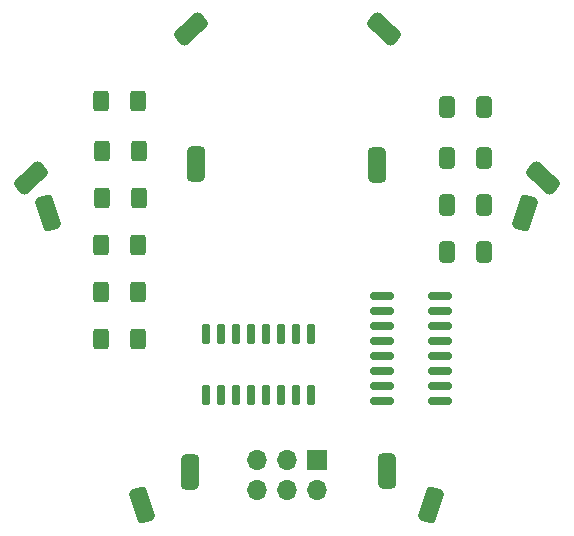
<source format=gbr>
%TF.GenerationSoftware,KiCad,Pcbnew,(7.0.0)*%
%TF.CreationDate,2023-12-18T14:13:41-05:00*%
%TF.ProjectId,MAGFest2023SolderingClass_variant1,4d414746-6573-4743-9230-3233536f6c64,rev?*%
%TF.SameCoordinates,Original*%
%TF.FileFunction,Soldermask,Bot*%
%TF.FilePolarity,Negative*%
%FSLAX46Y46*%
G04 Gerber Fmt 4.6, Leading zero omitted, Abs format (unit mm)*
G04 Created by KiCad (PCBNEW (7.0.0)) date 2023-12-18 14:13:41*
%MOMM*%
%LPD*%
G01*
G04 APERTURE LIST*
G04 Aperture macros list*
%AMRoundRect*
0 Rectangle with rounded corners*
0 $1 Rounding radius*
0 $2 $3 $4 $5 $6 $7 $8 $9 X,Y pos of 4 corners*
0 Add a 4 corners polygon primitive as box body*
4,1,4,$2,$3,$4,$5,$6,$7,$8,$9,$2,$3,0*
0 Add four circle primitives for the rounded corners*
1,1,$1+$1,$2,$3*
1,1,$1+$1,$4,$5*
1,1,$1+$1,$6,$7*
1,1,$1+$1,$8,$9*
0 Add four rect primitives between the rounded corners*
20,1,$1+$1,$2,$3,$4,$5,0*
20,1,$1+$1,$4,$5,$6,$7,0*
20,1,$1+$1,$6,$7,$8,$9,0*
20,1,$1+$1,$8,$9,$2,$3,0*%
G04 Aperture macros list end*
%ADD10RoundRect,0.381000X-0.016563X1.181968X-0.708143X-0.946497X0.016563X-1.181968X0.708143X0.946497X0*%
%ADD11RoundRect,0.381000X-0.419820X1.105022X-0.341715X-1.131615X0.419820X-1.105022X0.341715X1.131615X0*%
%ADD12RoundRect,0.381000X-0.708143X0.946497X-0.016563X-1.181968X0.708143X-0.946497X0.016563X1.181968X0*%
%ADD13RoundRect,0.381000X0.558543X1.041802X-1.078226X-0.484510X-0.558543X-1.041802X1.078226X0.484510X0*%
%ADD14R,1.700000X1.700000*%
%ADD15O,1.700000X1.700000*%
%ADD16RoundRect,0.381000X-1.078226X0.484510X0.558543X-1.041802X1.078226X-0.484510X-0.558543X1.041802X0*%
%ADD17RoundRect,0.381000X-0.361413X1.125479X-0.400471X-1.112180X0.361413X-1.125479X0.400471X1.112180X0*%
%ADD18RoundRect,0.250000X0.412500X0.650000X-0.412500X0.650000X-0.412500X-0.650000X0.412500X-0.650000X0*%
%ADD19RoundRect,0.250000X0.400000X0.625000X-0.400000X0.625000X-0.400000X-0.625000X0.400000X-0.625000X0*%
%ADD20RoundRect,0.150000X-0.825000X-0.150000X0.825000X-0.150000X0.825000X0.150000X-0.825000X0.150000X0*%
%ADD21RoundRect,0.150000X-0.150000X0.725000X-0.150000X-0.725000X0.150000X-0.725000X0.150000X0.725000X0*%
G04 APERTURE END LIST*
D10*
%TO.C,D4*%
X159227779Y-95668735D03*
X167262221Y-70941265D03*
%TD*%
D11*
%TO.C,D3*%
X154651307Y-66862919D03*
X155558693Y-92847081D03*
%TD*%
D12*
%TO.C,D1*%
X134832221Y-95668735D03*
X126797779Y-70941265D03*
%TD*%
D13*
%TO.C,D6*%
X138920022Y-55396515D03*
X125389978Y-68013485D03*
%TD*%
D14*
%TO.C,J1*%
X149575759Y-91861764D03*
D15*
X149575759Y-94401764D03*
X147035759Y-91861764D03*
X147035759Y-94401764D03*
X144495759Y-91861764D03*
X144495759Y-94401764D03*
%TD*%
D16*
%TO.C,D5*%
X155257590Y-55396515D03*
X168787634Y-68013485D03*
%TD*%
D17*
%TO.C,D2*%
X139331881Y-66856980D03*
X138878119Y-92853020D03*
%TD*%
D18*
%TO.C,C2*%
X163720000Y-66295000D03*
X160595000Y-66295000D03*
%TD*%
D19*
%TO.C,R4*%
X134425000Y-73665000D03*
X131325000Y-73665000D03*
%TD*%
D18*
%TO.C,C4*%
X163720000Y-74285000D03*
X160595000Y-74285000D03*
%TD*%
D19*
%TO.C,R3*%
X134525000Y-69685000D03*
X131425000Y-69685000D03*
%TD*%
D20*
%TO.C,U1*%
X155095000Y-86885000D03*
X155095000Y-85615000D03*
X155095000Y-84345000D03*
X155095000Y-83075000D03*
X155095000Y-81805000D03*
X155095000Y-80535000D03*
X155095000Y-79265000D03*
X155095000Y-77995000D03*
X160045000Y-77995000D03*
X160045000Y-79265000D03*
X160045000Y-80535000D03*
X160045000Y-81805000D03*
X160045000Y-83075000D03*
X160045000Y-84345000D03*
X160045000Y-85615000D03*
X160045000Y-86885000D03*
%TD*%
D18*
%TO.C,C1*%
X163720000Y-62025000D03*
X160595000Y-62025000D03*
%TD*%
D19*
%TO.C,R5*%
X134425000Y-77645000D03*
X131325000Y-77645000D03*
%TD*%
%TO.C,R1*%
X134465000Y-61455000D03*
X131365000Y-61455000D03*
%TD*%
%TO.C,R2*%
X134525000Y-65705000D03*
X131425000Y-65705000D03*
%TD*%
%TO.C,R6*%
X134425000Y-81625000D03*
X131325000Y-81625000D03*
%TD*%
D21*
%TO.C,U2*%
X140235000Y-81245000D03*
X141505000Y-81245000D03*
X142775000Y-81245000D03*
X144045000Y-81245000D03*
X145315000Y-81245000D03*
X146585000Y-81245000D03*
X147855000Y-81245000D03*
X149125000Y-81245000D03*
X149125000Y-86395000D03*
X147855000Y-86395000D03*
X146585000Y-86395000D03*
X145315000Y-86395000D03*
X144045000Y-86395000D03*
X142775000Y-86395000D03*
X141505000Y-86395000D03*
X140235000Y-86395000D03*
%TD*%
D18*
%TO.C,C3*%
X163720000Y-70290000D03*
X160595000Y-70290000D03*
%TD*%
M02*

</source>
